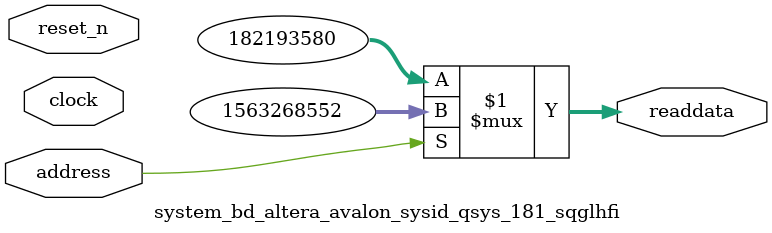
<source format=v>



// synthesis translate_off
`timescale 1ns / 1ps
// synthesis translate_on

// turn off superfluous verilog processor warnings 
// altera message_level Level1 
// altera message_off 10034 10035 10036 10037 10230 10240 10030 

module system_bd_altera_avalon_sysid_qsys_181_sqglhfi (
               // inputs:
                address,
                clock,
                reset_n,

               // outputs:
                readdata
             )
;

  output  [ 31: 0] readdata;
  input            address;
  input            clock;
  input            reset_n;

  wire    [ 31: 0] readdata;
  //control_slave, which is an e_avalon_slave
  assign readdata = address ? 1563268552 : 182193580;

endmodule



</source>
